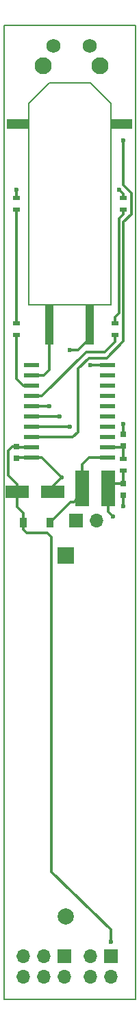
<source format=gbr>
G04 #@! TF.FileFunction,Copper,L1,Top,Signal*
%FSLAX46Y46*%
G04 Gerber Fmt 4.6, Leading zero omitted, Abs format (unit mm)*
G04 Created by KiCad (PCBNEW 4.0.7) date 01/15/18 15:17:09*
%MOMM*%
%LPD*%
G01*
G04 APERTURE LIST*
%ADD10C,0.100000*%
%ADD11C,0.150000*%
%ADD12R,2.805000X1.300000*%
%ADD13R,1.000000X5.000000*%
%ADD14R,1.700000X1.700000*%
%ADD15O,1.700000X1.700000*%
%ADD16R,0.900000X0.500000*%
%ADD17R,0.750000X0.800000*%
%ADD18R,3.000000X1.600000*%
%ADD19R,1.750000X4.500000*%
%ADD20R,1.950000X0.600000*%
%ADD21R,2.000000X2.000000*%
%ADD22C,2.000000*%
%ADD23C,2.100000*%
%ADD24C,1.750000*%
%ADD25R,0.900000X1.200000*%
%ADD26C,0.600000*%
%ADD27C,0.304800*%
G04 APERTURE END LIST*
D10*
D11*
X132080000Y-30480000D02*
X132080000Y-55372000D01*
X129540000Y-27940000D02*
X132080000Y-30480000D01*
X124460000Y-27940000D02*
X129540000Y-27940000D01*
X121920000Y-30480000D02*
X124460000Y-27940000D01*
X121920000Y-30988000D02*
X121920000Y-30480000D01*
X121920000Y-31496000D02*
X121920000Y-30988000D01*
X121920000Y-48260000D02*
X121920000Y-31496000D01*
X121920000Y-55372000D02*
X121920000Y-48260000D01*
X118872000Y-141224000D02*
X118872000Y-20828000D01*
X135128000Y-20828000D02*
X135128000Y-141224000D01*
X118872000Y-20828000D02*
X135128000Y-20828000D01*
X132080000Y-55372000D02*
X121920000Y-55372000D01*
X118872000Y-141224000D02*
X134620000Y-141224000D01*
X135128000Y-141224000D02*
X134620000Y-141224000D01*
D12*
X120597500Y-33020000D03*
X133402500Y-33020000D03*
D13*
X129500000Y-57872000D03*
X124500000Y-57872000D03*
D14*
X127762000Y-82042000D03*
D15*
X130302000Y-82042000D03*
D14*
X132080000Y-135890000D03*
D15*
X132080000Y-138430000D03*
X129540000Y-135890000D03*
X129540000Y-138430000D03*
D16*
X133604000Y-75934000D03*
X133604000Y-74434000D03*
D17*
X120396000Y-74410000D03*
X120396000Y-72910000D03*
D18*
X120482000Y-78486000D03*
X124882000Y-78486000D03*
D17*
X133604000Y-71386000D03*
X133604000Y-72886000D03*
D19*
X128550000Y-78105000D03*
X131800000Y-78105000D03*
D17*
X133604000Y-78982000D03*
X133604000Y-77482000D03*
D20*
X122300000Y-62865000D03*
X122300000Y-64135000D03*
X122300000Y-65405000D03*
X122300000Y-66675000D03*
X122300000Y-67945000D03*
X122300000Y-69215000D03*
X122300000Y-70485000D03*
X122300000Y-71755000D03*
X122300000Y-73025000D03*
X122300000Y-74295000D03*
X131700000Y-74295000D03*
X131700000Y-73025000D03*
X131700000Y-71755000D03*
X131700000Y-70485000D03*
X131700000Y-69215000D03*
X131700000Y-67945000D03*
X131700000Y-66675000D03*
X131700000Y-65405000D03*
X131700000Y-64135000D03*
X131700000Y-62865000D03*
D21*
X126492000Y-86360000D03*
D22*
X126492000Y-131060000D03*
D14*
X126365000Y-135890000D03*
D15*
X126365000Y-138430000D03*
X123825000Y-135890000D03*
X123825000Y-138430000D03*
X121285000Y-135890000D03*
X121285000Y-138430000D03*
D16*
X132588000Y-59170000D03*
X132588000Y-57670000D03*
D23*
X130728000Y-25858000D03*
D24*
X129468000Y-23368000D03*
X124968000Y-23368000D03*
D23*
X123718000Y-25858000D03*
D16*
X133604000Y-42176000D03*
X133604000Y-43676000D03*
X120396000Y-42176000D03*
X120396000Y-43676000D03*
X120396000Y-59170000D03*
X120396000Y-57670000D03*
D25*
X121286000Y-82296000D03*
X124586000Y-82296000D03*
D26*
X127000000Y-60960000D03*
X120396000Y-41148000D03*
X133096000Y-41148000D03*
X125984000Y-76708000D03*
X133604000Y-80264000D03*
X133604000Y-70104000D03*
X132080000Y-134162800D03*
X124460000Y-67945000D03*
X125730000Y-69215000D03*
X127000000Y-70485000D03*
X129540000Y-62865000D03*
X132334000Y-81534000D03*
X133604000Y-35052000D03*
D27*
X124586000Y-82296000D02*
X127126000Y-79756000D01*
X127508000Y-79756000D02*
X128550000Y-78714000D01*
X127126000Y-79756000D02*
X127508000Y-79756000D01*
X128550000Y-78105000D02*
X128550000Y-78714000D01*
X131700000Y-74295000D02*
X129413000Y-74295000D01*
X129413000Y-74295000D02*
X128550000Y-75158000D01*
X128550000Y-75158000D02*
X128550000Y-78105000D01*
X128016000Y-60960000D02*
X129032000Y-59944000D01*
X127000000Y-60960000D02*
X128016000Y-60960000D01*
X120396000Y-42176000D02*
X120396000Y-41148000D01*
X133604000Y-42176000D02*
X133604000Y-41656000D01*
X133604000Y-41656000D02*
X133096000Y-41148000D01*
X129032000Y-59944000D02*
X129500000Y-59476000D01*
X129500000Y-59476000D02*
X129500000Y-57872000D01*
X124882000Y-78486000D02*
X124882000Y-77810000D01*
X124882000Y-77810000D02*
X125984000Y-76708000D01*
X122300000Y-74295000D02*
X123571000Y-74295000D01*
X123571000Y-74295000D02*
X125984000Y-76708000D01*
X122300000Y-74295000D02*
X120511000Y-74295000D01*
X120511000Y-74295000D02*
X120396000Y-74410000D01*
X133604000Y-78982000D02*
X133604000Y-80264000D01*
X133604000Y-71386000D02*
X133604000Y-70104000D01*
X133604000Y-74434000D02*
X133604000Y-72886000D01*
X131700000Y-73025000D02*
X133465000Y-73025000D01*
X133465000Y-73025000D02*
X133604000Y-72886000D01*
X123444000Y-83566000D02*
X121666000Y-83566000D01*
X123444000Y-83566000D02*
X124206000Y-83566000D01*
X124714000Y-84074000D02*
X124714000Y-125476000D01*
X132080000Y-134162800D02*
X132080000Y-132588000D01*
X124206000Y-83566000D02*
X124714000Y-84074000D01*
X124714000Y-125476000D02*
X132080000Y-132588000D01*
X121286000Y-83186000D02*
X121412000Y-83312000D01*
X121286000Y-83186000D02*
X121286000Y-82296000D01*
X121666000Y-83566000D02*
X121412000Y-83312000D01*
X121286000Y-82296000D02*
X121286000Y-81154000D01*
X120482000Y-80350000D02*
X120482000Y-78486000D01*
X121286000Y-81154000D02*
X120482000Y-80350000D01*
X120482000Y-78486000D02*
X120482000Y-77556000D01*
X119876000Y-72910000D02*
X119380000Y-73406000D01*
X119380000Y-73406000D02*
X119380000Y-76454000D01*
X119876000Y-72910000D02*
X120396000Y-72910000D01*
X120482000Y-77556000D02*
X119380000Y-76454000D01*
X122300000Y-73025000D02*
X120511000Y-73025000D01*
X120511000Y-73025000D02*
X120396000Y-72910000D01*
X122300000Y-67945000D02*
X124460000Y-67945000D01*
X122300000Y-69215000D02*
X125730000Y-69215000D01*
X122300000Y-70485000D02*
X127000000Y-70485000D01*
X129540000Y-62865000D02*
X131700000Y-62865000D01*
X131800000Y-81000000D02*
X131800000Y-78105000D01*
X132334000Y-81534000D02*
X131800000Y-81000000D01*
X133604000Y-77482000D02*
X132423000Y-77482000D01*
X132423000Y-77482000D02*
X131800000Y-78105000D01*
X133604000Y-75934000D02*
X133604000Y-77482000D01*
X133604000Y-43676000D02*
X133604000Y-44196000D01*
X132588000Y-56896000D02*
X132588000Y-57670000D01*
X133096000Y-56388000D02*
X132588000Y-56896000D01*
X133096000Y-44704000D02*
X133096000Y-56388000D01*
X133604000Y-44196000D02*
X133096000Y-44704000D01*
X127381000Y-71755000D02*
X128016000Y-71120000D01*
X133667810Y-45148190D02*
X133667810Y-59880190D01*
X133604000Y-35052000D02*
X133604000Y-40591286D01*
X133604000Y-40591286D02*
X134620000Y-41607286D01*
X129364286Y-61976000D02*
X128016000Y-63324286D01*
X134620000Y-41607286D02*
X134620000Y-44196000D01*
X134620000Y-44196000D02*
X133667810Y-45148190D01*
X133667810Y-59880190D02*
X131572000Y-61976000D01*
X131572000Y-61976000D02*
X129364286Y-61976000D01*
X128016000Y-63324286D02*
X128016000Y-71120000D01*
X122300000Y-71755000D02*
X127381000Y-71755000D01*
X120396000Y-43676000D02*
X120396000Y-57670000D01*
X122300000Y-64135000D02*
X123825000Y-64135000D01*
X124500000Y-63460000D02*
X124500000Y-57872000D01*
X123825000Y-64135000D02*
X124500000Y-63460000D01*
X129032000Y-61222800D02*
X131309200Y-61222800D01*
X129032000Y-61222800D02*
X123579800Y-66675000D01*
X122300000Y-66675000D02*
X123579800Y-66675000D01*
X132588000Y-59944000D02*
X132588000Y-59170000D01*
X131309200Y-61222800D02*
X132588000Y-59944000D01*
X120396000Y-59170000D02*
X120396000Y-64516000D01*
X121285000Y-65405000D02*
X122300000Y-65405000D01*
X120396000Y-64516000D02*
X121285000Y-65405000D01*
M02*

</source>
